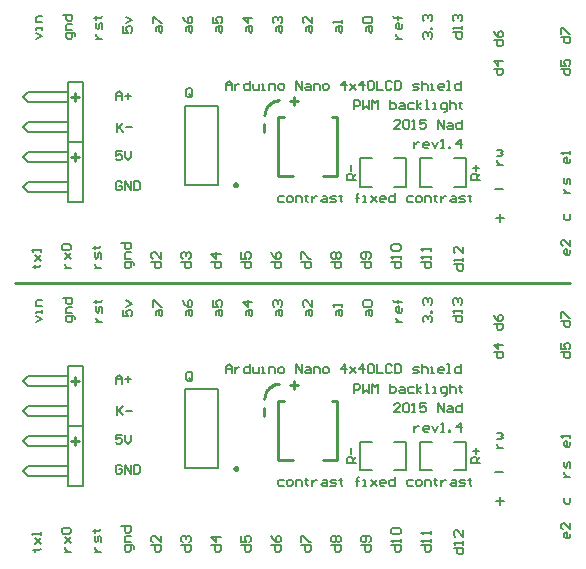
<source format=gto>
%FSDAX24Y24*%
%MOMM*%
%SFA1B1*%

%IPPOS*%
%ADD15C,0.253999*%
%ADD21C,0.250000*%
%ADD22C,0.200000*%
%ADD23C,0.152000*%
%ADD24C,0.203000*%
%LN_4x40lcd_arduino_nano_piggyboard_(rev1.4)_-_2xpanel-1*%
%LPD*%
G54D15*
X260350Y488950D02*
X730250D01*
X483870Y403860D02*
D01*
X482984Y403829*
X482102Y403736*
X481229Y403582*
X480369Y403368*
X479526Y403093*
X478704Y402761*
X477907Y402373*
X477140Y401930*
X476404Y401434*
X475706Y400888*
X475047Y400295*
X474431Y399657*
X473862Y398978*
X473341Y398261*
X472871Y397510*
X472455Y396727*
X472094Y395917*
X471791Y395084*
X471547Y394232*
X471362Y393365*
X471239Y392487*
X471177Y391602*
X471170Y391160*
X520499Y339489D02*
X532999D01*
X482999D02*
X495499D01*
X527999Y389489D02*
X532999D01*
X482999D02*
X487999D01*
X532999Y339489D02*
Y389489D01*
X482999Y339489D02*
Y389489D01*
X496570Y406400D02*
Y399629D01*
X499949Y403009D02*
X493179D01*
X471170Y383540D02*
Y376769D01*
X307340Y355600D02*
X314109D01*
X310729Y358979D02*
Y352209D01*
X307340Y406400D02*
X314109D01*
X310729Y409779D02*
Y403009D01*
X483870Y643859D02*
D01*
X482984Y643829*
X482102Y643736*
X481229Y643582*
X480369Y643367*
X479526Y643093*
X478704Y642761*
X477907Y642373*
X477140Y641930*
X476404Y641434*
X475706Y640888*
X475047Y640295*
X474431Y639657*
X473862Y638978*
X473341Y638261*
X472871Y637509*
X472455Y636727*
X472094Y635917*
X471791Y635084*
X471547Y634232*
X471362Y633365*
X471239Y632487*
X471177Y631603*
X471170Y631159*
X520499Y579489D02*
X532999D01*
X482999D02*
X495499D01*
X527999Y629489D02*
X532999D01*
X482999D02*
X487999D01*
X532999Y579489D02*
Y629489D01*
X482999Y579489D02*
Y629489D01*
X496570Y646399D02*
Y639629D01*
X499949Y643009D02*
X493179D01*
X471170Y623539D02*
Y616769D01*
X307340Y595599D02*
X314109D01*
X310729Y598979D02*
Y592209D01*
X307340Y646399D02*
X314109D01*
X310729Y649779D02*
Y643009D01*
G54D21*
X448079Y332259D02*
D01*
X448076Y332347*
X448067Y332433*
X448052Y332519*
X448031Y332604*
X448004Y332687*
X447971Y332768*
X447933Y332846*
X447889Y332922*
X447841Y332994*
X447787Y333063*
X447729Y333128*
X447666Y333188*
X447599Y333244*
X447528Y333296*
X447454Y333342*
X447377Y333383*
X447298Y333418*
X447216Y333448*
X447132Y333472*
X447046Y333490*
X446960Y333503*
X446873Y333509*
X446786*
X446699Y333503*
X446612Y333490*
X446527Y333472*
X446443Y333448*
X446361Y333418*
X446281Y333383*
X446204Y333342*
X446130Y333296*
X446060Y333244*
X445993Y333188*
X445930Y333128*
X445872Y333063*
X445818Y332994*
X445769Y332922*
X445726Y332846*
X445687Y332768*
X445655Y332687*
X445628Y332604*
X445607Y332519*
X445591Y332433*
X445582Y332347*
X445579Y332259*
X445582Y332172*
X445591Y332085*
X445607Y332000*
X445628Y331915*
X445655Y331832*
X445687Y331751*
X445726Y331672*
X445769Y331597*
X445818Y331525*
X445872Y331456*
X445930Y331391*
X445993Y331331*
X446060Y331274*
X446130Y331223*
X446204Y331177*
X446281Y331136*
X446361Y331100*
X446443Y331070*
X446527Y331047*
X446612Y331028*
X446699Y331016*
X446786Y331010*
X446873*
X446960Y331016*
X447046Y331028*
X447132Y331047*
X447216Y331070*
X447298Y331100*
X447377Y331136*
X447454Y331177*
X447528Y331223*
X447599Y331274*
X447666Y331331*
X447729Y331391*
X447787Y331456*
X447841Y331525*
X447889Y331597*
X447933Y331672*
X447971Y331751*
X448004Y331832*
X448031Y331915*
X448052Y332000*
X448067Y332085*
X448076Y332172*
X448079Y332259*
Y572259D02*
D01*
X448076Y572347*
X448067Y572433*
X448052Y572519*
X448031Y572604*
X448004Y572687*
X447971Y572768*
X447933Y572846*
X447889Y572922*
X447841Y572994*
X447787Y573063*
X447729Y573128*
X447666Y573188*
X447599Y573244*
X447528Y573296*
X447454Y573342*
X447377Y573383*
X447298Y573418*
X447216Y573448*
X447132Y573472*
X447046Y573490*
X446960Y573503*
X446873Y573509*
X446786*
X446699Y573503*
X446612Y573490*
X446527Y573472*
X446443Y573448*
X446361Y573418*
X446281Y573383*
X446204Y573342*
X446130Y573296*
X446060Y573244*
X445993Y573188*
X445930Y573128*
X445872Y573063*
X445818Y572994*
X445769Y572922*
X445726Y572846*
X445687Y572768*
X445655Y572687*
X445628Y572604*
X445607Y572519*
X445591Y572433*
X445582Y572347*
X445579Y572259*
X445582Y572172*
X445591Y572085*
X445607Y571999*
X445628Y571915*
X445655Y571832*
X445687Y571751*
X445726Y571672*
X445769Y571597*
X445818Y571525*
X445872Y571456*
X445930Y571391*
X445993Y571330*
X446060Y571274*
X446130Y571223*
X446204Y571177*
X446281Y571136*
X446361Y571100*
X446443Y571070*
X446527Y571047*
X446612Y571028*
X446699Y571016*
X446786Y571010*
X446873*
X446960Y571016*
X447046Y571028*
X447132Y571047*
X447216Y571070*
X447298Y571100*
X447377Y571136*
X447454Y571177*
X447528Y571223*
X447599Y571274*
X447666Y571330*
X447729Y571391*
X447787Y571456*
X447841Y571525*
X447889Y571597*
X447933Y571672*
X447971Y571751*
X448004Y571832*
X448031Y571915*
X448052Y571999*
X448067Y572085*
X448076Y572172*
X448079Y572259*
G54D22*
X304800Y368300D02*
Y419100D01*
Y368300D02*
X317500D01*
X304800Y419100D02*
X317500D01*
Y368300D02*
Y419100D01*
X270929Y410629D02*
X304800D01*
X266700Y406400D02*
X270929Y410629D01*
X266700Y406400D02*
X270929Y402169D01*
X304800D01*
X270929Y385229D02*
X304800D01*
X266700Y381000D02*
X270929Y385229D01*
X266700Y381000D02*
X270929Y376769D01*
X304800*
X403829Y399259D02*
X431829D01*
X403829Y332259D02*
X431829D01*
X403829D02*
Y399259D01*
X431829Y332259D02*
Y399259D01*
X304800Y317500D02*
Y368300D01*
Y317500D02*
X317500D01*
X304800Y368300D02*
X317500D01*
Y317500D02*
Y368300D01*
X270929Y359829D02*
X304800D01*
X266700Y355600D02*
X270929Y359829D01*
X266700Y355600D02*
X270929Y351369D01*
X304800D01*
X270929Y334429D02*
X304800D01*
X266700Y330200D02*
X270929Y334429D01*
X266700Y330200D02*
X270929Y325969D01*
X304800*
Y608299D02*
Y659099D01*
Y608299D02*
X317500D01*
X304800Y659099D02*
X317500D01*
Y608299D02*
Y659099D01*
X270929Y650629D02*
X304800D01*
X266700Y646399D02*
X270929Y650629D01*
X266700Y646399D02*
X270929Y642169D01*
X304800D01*
X270929Y625229D02*
X304800D01*
X266700Y620999D02*
X270929Y625229D01*
X266700Y620999D02*
X270929Y616769D01*
X304800*
X403829Y639259D02*
X431829D01*
X403829Y572259D02*
X431829D01*
X403829D02*
Y639259D01*
X431829Y572259D02*
Y639259D01*
X304800Y557499D02*
Y608299D01*
Y557499D02*
X317500D01*
X304800Y608299D02*
X317500D01*
Y557499D02*
Y608299D01*
X270929Y599829D02*
X304800D01*
X266700Y595599D02*
X270929Y599829D01*
X266700Y595599D02*
X270929Y591369D01*
X304800D01*
X270929Y574429D02*
X304800D01*
X266700Y570199D02*
X270929Y574429D01*
X266700Y570199D02*
X270929Y565969D01*
X304800*
G54D23*
X631299Y330899D02*
X641799D01*
X631299Y354899D02*
X641799D01*
X602799D02*
X613299D01*
X602799Y330899D02*
X613299D01*
X641799D02*
Y354899D01*
X602799Y330899D02*
Y354899D01*
X551999D02*
X562499D01*
X551999Y330899D02*
X562499D01*
X580499D02*
X590999D01*
X580499Y354899D02*
X590999D01*
X551999Y330899D02*
Y354899D01*
X590999Y330899D02*
Y354899D01*
X631299Y570899D02*
X641799D01*
X631299Y594899D02*
X641799D01*
X602799D02*
X613299D01*
X602799Y570899D02*
X613299D01*
X641799D02*
Y594899D01*
X602799Y570899D02*
Y594899D01*
X551999D02*
X562499D01*
X551999Y570899D02*
X562499D01*
X580499D02*
X590999D01*
X580499Y594899D02*
X590999D01*
X551999Y570899D02*
Y594899D01*
X590999Y570899D02*
Y594899D01*
G54D24*
X487680Y322580D02*
X483870D01*
X482600Y321310*
Y318770*
X483870Y317500*
X487680*
X491490D02*
X494030D01*
X495300Y318770*
Y321310*
X494030Y322580*
X491490*
X490220Y321310*
Y318770*
X491490Y317500*
X497840D02*
Y322580D01*
X501639*
X502909Y321310*
Y317500*
X506719Y323850D02*
Y322580D01*
X505449*
X507989*
X506719*
Y318770*
X507989Y317500*
X511799Y322580D02*
Y317500D01*
Y320040*
X513069Y321310*
X514339Y322580*
X515609*
X520689D02*
X523229D01*
X524499Y321310*
Y317500*
X520689*
X519419Y318770*
X520689Y320040*
X524499*
X527039Y317500D02*
X530839D01*
X532109Y318770*
X530839Y320040*
X528309*
X527039Y321310*
X528309Y322580*
X532109*
X535919Y323850D02*
Y322580D01*
X534649*
X537189*
X535919*
Y318770*
X537189Y317500*
X654050Y336550D02*
X646430D01*
Y340360*
X647700Y341630*
X650240*
X651510Y340360*
Y336550*
Y339090D02*
X654050Y341630D01*
X650240Y344170D02*
Y349250D01*
X647700Y346710D02*
X652780D01*
X548640Y336550D02*
X541020D01*
Y340360*
X542290Y341630*
X544830*
X546100Y340360*
Y336550*
Y339090D02*
X548640Y341630D01*
X544830Y344170D02*
Y349250D01*
X410210Y407670D02*
Y412750D01*
X408940Y414020*
X406400*
X405130Y412750*
Y407670*
X406400Y406400*
X408940*
X407670Y408940D02*
X410210Y406400D01*
X408940D02*
X410210Y407670D01*
X345440Y403860D02*
Y408940D01*
X347980Y411480*
X350520Y408940*
Y403860*
Y407670*
X345440*
X353060D02*
X358140D01*
X355600Y410210D02*
Y405130D01*
X346710Y384810D02*
Y377190D01*
Y379730*
X351790Y384810*
X347980Y381000*
X351790Y377190*
X354330Y381000D02*
X359410D01*
X549910Y317500D02*
Y323850D01*
Y321310*
X548640*
X551180*
X549910*
Y323850*
X551180Y325120*
X554990Y317500D02*
X557530D01*
X556260*
Y322580*
X554990*
X561340D02*
X566409Y317500D01*
X563880Y320040*
X566409Y322580*
X561340Y317500*
X572759D02*
X570219D01*
X568949Y318770*
Y321310*
X570219Y322580*
X572759*
X574029Y321310*
Y320040*
X568949*
X581649Y325120D02*
Y317500D01*
X577839*
X576569Y318770*
Y321310*
X577839Y322580*
X581649*
X596879D02*
X593079D01*
X591809Y321310*
Y318770*
X593079Y317500*
X596879*
X600689D02*
X603229D01*
X604499Y318770*
Y321310*
X603229Y322580*
X600689*
X599419Y321310*
Y318770*
X600689Y317500*
X607039D02*
Y322580D01*
X610849*
X612119Y321310*
Y317500*
X615929Y323850D02*
Y322580D01*
X614659*
X617199*
X615929*
Y318770*
X617199Y317500*
X621009Y322580D02*
Y317500D01*
Y320040*
X622279Y321310*
X623549Y322580*
X624819*
X629889D02*
X632429D01*
X633699Y321310*
Y317500*
X629889*
X628619Y318770*
X629889Y320040*
X633699*
X636239Y317500D02*
X640049D01*
X641319Y318770*
X640049Y320040*
X637509*
X636239Y321310*
X637509Y322580*
X641319*
X645129Y323850D02*
Y322580D01*
X643859*
X646399*
X645129*
Y318770*
X646399Y317500*
X670560Y300990D02*
Y307759D01*
X667179Y304379D02*
X673949D01*
X730250Y276860D02*
Y274320D01*
X728980Y273050*
X726440*
X725170Y274320*
Y276860*
X726440Y278130*
X727710*
Y273050*
X730250Y285750D02*
Y280670D01*
X725170Y285750*
X723900*
X722630Y284480*
Y281940*
X723900Y280670*
X725170Y307340D02*
Y303530D01*
X726440Y302260*
X728980*
X730250Y303530*
Y307340*
X725170Y325120D02*
X730250D01*
X727710*
X726440Y326390*
X725170Y327660*
Y328930*
X730250Y332740D02*
Y336550D01*
X728980Y337820*
X727710Y336550*
Y334010*
X726440Y332740*
X725170Y334010*
Y337820*
X666750Y328930D02*
X673519D01*
X668020Y349250D02*
X673100D01*
X670560*
X669290Y350520*
X668020Y351790*
Y353060*
Y356870D02*
X671830D01*
X673100Y358140*
X671830Y359410*
X673100Y360680*
X671830Y361950*
X668020*
X730250Y354330D02*
Y351790D01*
X728980Y350520*
X726440*
X725170Y351790*
Y354330*
X726440Y355600*
X727710*
Y350520*
X730250Y358140D02*
Y360680D01*
Y359410*
X722630*
X723900Y358140*
X722630Y430530D02*
X730250D01*
Y426720*
X728980Y425450*
X726440*
X725170Y426720*
Y430530*
X722630Y438150D02*
Y433070D01*
X726440*
X725170Y435610*
Y436880*
X726440Y438150*
X728980*
X730250Y436880*
Y434340*
X728980Y433070*
X722630Y457200D02*
X730250D01*
Y453390*
X728980Y452120*
X726440*
X725170Y453390*
Y457200*
X722630Y459740D02*
Y464820D01*
X723900*
X728980Y459740*
X730250*
X665480Y430530D02*
X673100D01*
Y426720*
X671830Y425450*
X669290*
X668020Y426720*
Y430530*
X673100Y436880D02*
X665480D01*
X669290Y433070*
Y438150*
X665480Y454660D02*
X673100D01*
Y450850*
X671830Y449580*
X669290*
X668020Y450850*
Y454660*
X665480Y462280D02*
X666750Y459740D01*
X669290Y457200*
X671830*
X673100Y458470*
Y461010*
X671830Y462280*
X670560*
X669290Y461010*
Y457200*
X350520Y360680D02*
X345440D01*
Y356870*
X347980Y358140*
X349250*
X350520Y356870*
Y354330*
X349250Y353060*
X346710*
X345440Y354330*
X353060Y360680D02*
Y355600D01*
X355600Y353060*
X358140Y355600*
Y360680*
X350520Y334010D02*
X349250Y335280D01*
X346710*
X345440Y334010*
Y328930*
X346710Y327660*
X349250*
X350520Y328930*
Y331470*
X347980*
X353060Y327660D02*
Y335280D01*
X358140Y327660*
Y335280*
X360680D02*
Y327660D01*
X364479*
X365749Y328930*
Y334010*
X364479Y335280*
X360680*
X438209Y412750D02*
Y417830D01*
X440749Y420370*
X443279Y417830*
Y412750*
Y416560*
X438209*
X445819Y417830D02*
Y412750D01*
Y415290*
X447089Y416560*
X448359Y417830*
X449629*
X458519Y420370D02*
Y412750D01*
X454709*
X453439Y414020*
Y416560*
X454709Y417830*
X458519*
X461059D02*
Y414020D01*
X462329Y412750*
X466139*
Y417830*
X468679Y412750D02*
X471219D01*
X469949*
Y417830*
X468679*
X475019Y412750D02*
Y417830D01*
X478829*
X480099Y416560*
Y412750*
X483909D02*
X486449D01*
X487719Y414020*
Y416560*
X486449Y417830*
X483909*
X482639Y416560*
Y414020*
X483909Y412750*
X497879D02*
Y420370D01*
X502959Y412750*
Y420370*
X506759Y417830D02*
X509299D01*
X510569Y416560*
Y412750*
X506759*
X505489Y414020*
X506759Y415290*
X510569*
X513109Y412750D02*
Y417830D01*
X516919*
X518189Y416560*
Y412750*
X521999D02*
X524539D01*
X525809Y414020*
Y416560*
X524539Y417830*
X521999*
X520729Y416560*
Y414020*
X521999Y412750*
X539769D02*
Y420370D01*
X535959Y416560*
X541039*
X543579Y417830D02*
X548659Y412750D01*
X546119Y415290*
X548659Y417830*
X543579Y412750*
X555009D02*
Y420370D01*
X551199Y416560*
X556279*
X558819Y419100D02*
X560089Y420370D01*
X562629*
X563899Y419100*
Y414020*
X562629Y412750*
X560089*
X558819Y414020*
Y419100*
X566429Y420370D02*
Y412750D01*
X571509*
X579129Y419100D02*
X577859Y420370D01*
X575319*
X574049Y419100*
Y414020*
X575319Y412750*
X577859*
X579129Y414020*
X581669Y420370D02*
Y412750D01*
X585479*
X586749Y414020*
Y419100*
X585479Y420370*
X581669*
X596900Y412750D02*
X600710D01*
X601980Y414020*
X600710Y415290*
X598170*
X596900Y416560*
X598170Y417830*
X601980*
X604520Y420370D02*
Y412750D01*
Y416560*
X605790Y417830*
X608330*
X609600Y416560*
Y412750*
X612140D02*
X614680D01*
X613410*
Y417830*
X612140*
X622300Y412750D02*
X619760D01*
X618490Y414020*
Y416560*
X619760Y417830*
X622300*
X623570Y416560*
Y415290*
X618490*
X626110Y412750D02*
X628639D01*
X627380*
Y420370*
X626110*
X637529D02*
Y412750D01*
X633719*
X632449Y414020*
Y416560*
X633719Y417830*
X637529*
X631449Y264999D02*
X639569D01*
Y260939*
X638219Y259589*
X635509*
X634159Y260939*
Y264999*
X639569Y267709D02*
Y270419D01*
Y269069*
X631449*
X632799Y267709*
X639569Y279899D02*
Y274479D01*
X634159Y279899*
X632799*
X631449Y278549*
Y275839*
X632799Y274479*
X630679Y461349D02*
X638810D01*
Y457279*
X637459Y455930*
X634749*
X633389Y457279*
Y461349*
X638810Y464059D02*
Y466759D01*
Y465409*
X630679*
X632039Y464059*
Y470829D02*
X630679Y472179D01*
Y474889*
X632039Y476239*
X633389*
X634749Y474889*
Y473539*
Y474889*
X636099Y476239*
X637459*
X638810Y474889*
Y472179*
X637459Y470829*
X604009Y267039D02*
X612140D01*
Y262969*
X610789Y261620*
X608079*
X606719Y262969*
Y267039*
X612140Y269749D02*
Y272449D01*
Y271099*
X604009*
X605369Y269749*
X612140Y276519D02*
Y279229D01*
Y277869*
X604009*
X605369Y276519*
X606639Y455930D02*
X605279Y457279D01*
Y459989*
X606639Y461349*
X607989*
X609349Y459989*
Y458639*
Y459989*
X610699Y461349*
X612059*
X613410Y459989*
Y457279*
X612059Y455930*
X613410Y464059D02*
X612059D01*
Y465409*
X613410*
Y464059*
X606639Y470829D02*
X605279Y472179D01*
Y474889*
X606639Y476239*
X607989*
X609349Y474889*
Y473539*
Y474889*
X610699Y476239*
X612059*
X613410Y474889*
Y472179*
X612059Y470829*
X578609Y267039D02*
X586740D01*
Y262969*
X585389Y261620*
X582679*
X581319Y262969*
Y267039*
X586740Y269749D02*
Y272449D01*
Y271099*
X578609*
X579969Y269749*
Y276519D02*
X578609Y277869D01*
Y280579*
X579969Y281929*
X585389*
X586740Y280579*
Y277869*
X585389Y276519*
X579969*
X582589Y455930D02*
X588010D01*
X585299*
X583949Y457279*
X582589Y458639*
Y459989*
X588010Y468119D02*
Y465409D01*
X586659Y464059*
X583949*
X582589Y465409*
Y468119*
X583949Y469469*
X585299*
Y464059*
X588010Y473539D02*
X581239D01*
X583949*
Y472179*
Y474889*
Y473539*
X581239*
X579879Y474889*
X553209Y267039D02*
X561340D01*
Y262969*
X559989Y261620*
X557279*
X555919Y262969*
Y267039*
X559989Y269749D02*
X561340Y271099D01*
Y273809*
X559989Y275159*
X554569*
X553209Y273809*
Y271099*
X554569Y269749*
X555919*
X557279Y271099*
Y275159*
X557189Y462359D02*
Y465069D01*
X558549Y466429*
X562610*
Y462359*
X561259Y461010*
X559899Y462359*
Y466429*
X555839Y469139D02*
X554479Y470489D01*
Y473199*
X555839Y474549*
X561259*
X562610Y473199*
Y470489*
X561259Y469139*
X555839*
X527809Y267039D02*
X535940D01*
Y262969*
X534589Y261620*
X531879*
X530519Y262969*
Y267039*
X529169Y269749D02*
X527809Y271099D01*
Y273809*
X529169Y275159*
X530519*
X531879Y273809*
X533229Y275159*
X534589*
X535940Y273809*
Y271099*
X534589Y269749*
X533229*
X531879Y271099*
X530519Y269749*
X529169*
X531879Y271099D02*
Y273809D01*
X531789Y462359D02*
Y465069D01*
X533149Y466429*
X537210*
Y462359*
X535859Y461010*
X534499Y462359*
Y466429*
X537210Y469139D02*
Y471839D01*
Y470489*
X529079*
X530439Y469139*
X502409Y267039D02*
X510540D01*
Y262969*
X509189Y261620*
X506479*
X505119Y262969*
Y267039*
X502409Y269749D02*
Y275159D01*
X503769*
X509189Y269749*
X510540*
X506389Y462359D02*
Y465069D01*
X507749Y466429*
X511810*
Y462359*
X510459Y461010*
X509099Y462359*
Y466429*
X511810Y474549D02*
Y469139D01*
X506389Y474549*
X505039*
X503679Y473199*
Y470489*
X505039Y469139*
X477009Y267039D02*
X485140D01*
Y262969*
X483789Y261620*
X481079*
X479719Y262969*
Y267039*
X477009Y275159D02*
X478369Y272449D01*
X481079Y269749*
X483789*
X485140Y271099*
Y273809*
X483789Y275159*
X482429*
X481079Y273809*
Y269749*
X480989Y462359D02*
Y465069D01*
X482349Y466429*
X486410*
Y462359*
X485059Y461010*
X483699Y462359*
Y466429*
X479639Y469139D02*
X478279Y470489D01*
Y473199*
X479639Y474549*
X480989*
X482349Y473199*
Y471839*
Y473199*
X483699Y474549*
X485059*
X486410Y473199*
Y470489*
X485059Y469139*
X451609Y267039D02*
X459740D01*
Y262969*
X458389Y261620*
X455679*
X454319Y262969*
Y267039*
X451609Y275159D02*
Y269749D01*
X455679*
X454319Y272449*
Y273809*
X455679Y275159*
X458389*
X459740Y273809*
Y271099*
X458389Y269749*
X455589Y462359D02*
Y465069D01*
X456949Y466429*
X461010*
Y462359*
X459659Y461010*
X458299Y462359*
Y466429*
X461010Y473199D02*
X452879D01*
X456949Y469139*
Y474549*
X426209Y267039D02*
X434340D01*
Y262969*
X432989Y261620*
X430279*
X428919Y262969*
Y267039*
X434340Y273809D02*
X426209D01*
X430279Y269749*
Y275159*
X430189Y462359D02*
Y465069D01*
X431549Y466429*
X435610*
Y462359*
X434259Y461010*
X432899Y462359*
Y466429*
X427479Y474549D02*
Y469139D01*
X431549*
X430189Y471839*
Y473199*
X431549Y474549*
X434259*
X435610Y473199*
Y470489*
X434259Y469139*
X400809Y267039D02*
X408940D01*
Y262969*
X407589Y261620*
X404879*
X403519Y262969*
Y267039*
X402169Y269749D02*
X400809Y271099D01*
Y273809*
X402169Y275159*
X403519*
X404879Y273809*
Y272449*
Y273809*
X406229Y275159*
X407589*
X408940Y273809*
Y271099*
X407589Y269749*
X404789Y462359D02*
Y465069D01*
X406149Y466429*
X410210*
Y462359*
X408859Y461010*
X407499Y462359*
Y466429*
X402079Y474549D02*
X403439Y471839D01*
X406149Y469139*
X408859*
X410210Y470489*
Y473199*
X408859Y474549*
X407499*
X406149Y473199*
Y469139*
X375409Y267039D02*
X383540D01*
Y262969*
X382189Y261620*
X379479*
X378119Y262969*
Y267039*
X383540Y275159D02*
Y269749D01*
X378119Y275159*
X376769*
X375409Y273809*
Y271099*
X376769Y269749*
X379389Y462359D02*
Y465069D01*
X380749Y466429*
X384810*
Y462359*
X383459Y461010*
X382099Y462359*
Y466429*
X376679Y469139D02*
Y474549D01*
X378039*
X383459Y469139*
X384810*
X360849Y264329D02*
Y265679D01*
X359489Y267039*
X352719*
Y262969*
X354079Y261620*
X356789*
X358140Y262969*
Y267039*
Y269749D02*
X352719D01*
Y273809*
X354079Y275159*
X358140*
X350009Y283289D02*
X358140D01*
Y279229*
X356789Y277869*
X354079*
X352719Y279229*
Y283289*
X351279Y466429D02*
Y461010D01*
X355349*
X353989Y463719*
Y465069*
X355349Y466429*
X358059*
X359410Y465069*
Y462359*
X358059Y461010*
X353989Y469139D02*
X359410Y471839D01*
X353989Y474549*
X327319Y261620D02*
X332740D01*
X330029*
X328679Y262969*
X327319Y264329*
Y265679*
X332740Y269749D02*
Y273809D01*
X331389Y275159*
X330029Y273809*
Y271099*
X328679Y269749*
X327319Y271099*
Y275159*
X325969Y279229D02*
X327319D01*
Y277869*
Y280579*
Y279229*
X331389*
X332740Y280579*
X328589Y455930D02*
X334010D01*
X331299*
X329949Y457279*
X328589Y458639*
Y459989*
X334010Y464059D02*
Y468119D01*
X332659Y469469*
X331299Y468119*
Y465409*
X329949Y464059*
X328589Y465409*
Y469469*
X327239Y473539D02*
X328589D01*
Y472179*
Y474889*
Y473539*
X332659*
X334010Y474889*
X302260Y261620D02*
X307340D01*
X304800*
X303530Y262890*
X302260Y264160*
Y265430*
Y269240D02*
X307340Y274320D01*
X304800Y271780*
X302260Y274320*
X307340Y269240*
X300990Y276860D02*
X299720Y278119D01*
Y280659*
X300990Y281929*
X306070*
X307340Y280659*
Y278119*
X306070Y276860*
X300990*
X311150Y458470D02*
Y459740D01*
X309880Y461010*
X303530*
Y457200*
X304800Y455930*
X307340*
X308610Y457200*
Y461010*
Y463550D02*
X303530D01*
Y467360*
X304800Y468630*
X308610*
X300990Y476239D02*
X308610D01*
Y472429*
X307340Y471170*
X304800*
X303530Y472429*
Y476239*
X278130Y455930D02*
X283210Y458470D01*
X278130Y461010*
X283210Y463550D02*
Y466090D01*
Y464820*
X278130*
Y463550*
X283210Y469900D02*
X278130D01*
Y473699*
X279400Y474969*
X283210*
X275590Y262890D02*
X276860D01*
Y261620*
Y264160*
Y262890*
X280670*
X281940Y264160*
X276860Y267970D02*
X281940Y273050D01*
X279400Y270510*
X276860Y273050*
X281940Y267970*
Y275590D02*
Y278119D01*
Y276860*
X274320*
X275590Y275590*
X546979Y396240D02*
Y403860D01*
X550779*
X552049Y402590*
Y400050*
X550779Y398780*
X546979*
X554589Y403860D02*
Y396240D01*
X557129Y398780*
X559669Y396240*
Y403860*
X562209Y396240D02*
Y403860D01*
X564749Y401320*
X567289Y403860*
Y396240*
X577449Y403860D02*
Y396240D01*
X581259*
X582519Y397510*
Y398780*
Y400050*
X581259Y401320*
X577449*
X586329D02*
X588869D01*
X590139Y400050*
Y396240*
X586329*
X585059Y397510*
X586329Y398780*
X590139*
X597759Y401320D02*
X593949D01*
X592679Y400050*
Y397510*
X593949Y396240*
X597759*
X600299D02*
Y403860D01*
Y398780D02*
X604109Y401320D01*
X600299Y398780D02*
X604109Y396240D01*
X607919D02*
X610459D01*
X609189*
Y403860*
X607919*
X614259Y396240D02*
X616799D01*
X615529*
Y401320*
X614259*
X623149Y393700D02*
X624419D01*
X625689Y394970*
Y401320*
X621879*
X620609Y400050*
Y397510*
X621879Y396240*
X625689*
X628229Y403860D02*
Y396240D01*
Y400050*
X629499Y401320*
X632039*
X633309Y400050*
Y396240*
X637119Y402590D02*
Y401320D01*
X635849*
X638389*
X637119*
Y397510*
X638389Y396240*
X586339Y379730D02*
X581269D01*
X586339Y384810*
Y386080*
X585069Y387350*
X582539*
X581269Y386080*
X588879D02*
X590149Y387350D01*
X592689*
X593959Y386080*
Y381000*
X592689Y379730*
X590149*
X588879Y381000*
Y386080*
X596499Y379730D02*
X599039D01*
X597769*
Y387350*
X596499Y386080*
X607929Y387350D02*
X602849D01*
Y383540*
X605389Y384810*
X606659*
X607929Y383540*
Y381000*
X606659Y379730*
X604119*
X602849Y381000*
X618079Y379730D02*
Y387350D01*
X623159Y379730*
Y387350*
X626969Y384810D02*
X629509D01*
X630779Y383540*
Y379730*
X626969*
X625699Y381000*
X626969Y382270*
X630779*
X638399Y387350D02*
Y379730D01*
X634589*
X633319Y381000*
Y383540*
X634589Y384810*
X638399*
X598170Y368300D02*
Y363220D01*
Y365760*
X599440Y367030*
X600710Y368300*
X601980*
X609600Y363220D02*
X607060D01*
X605790Y364490*
Y367030*
X607060Y368300*
X609600*
X610870Y367030*
Y365760*
X605790*
X613410Y368300D02*
X615939Y363220D01*
X618479Y368300*
X621019Y363220D02*
X623559D01*
X622289*
Y370840*
X621019Y369570*
X627369Y363220D02*
Y364490D01*
X628639*
Y363220*
X627369*
X637529D02*
Y370840D01*
X633719Y367030*
X638799*
X487680Y562579D02*
X483870D01*
X482600Y561309*
Y558769*
X483870Y557499*
X487680*
X491490D02*
X494030D01*
X495300Y558769*
Y561309*
X494030Y562579*
X491490*
X490220Y561309*
Y558769*
X491490Y557499*
X497840D02*
Y562579D01*
X501639*
X502909Y561309*
Y557499*
X506719Y563849D02*
Y562579D01*
X505449*
X507989*
X506719*
Y558769*
X507989Y557499*
X511799Y562579D02*
Y557499D01*
Y560039*
X513069Y561309*
X514339Y562579*
X515609*
X520689D02*
X523229D01*
X524499Y561309*
Y557499*
X520689*
X519419Y558769*
X520689Y560039*
X524499*
X527039Y557499D02*
X530839D01*
X532109Y558769*
X530839Y560039*
X528309*
X527039Y561309*
X528309Y562579*
X532109*
X535919Y563849D02*
Y562579D01*
X534649*
X537189*
X535919*
Y558769*
X537189Y557499*
X654050Y576549D02*
X646430D01*
Y580359*
X647700Y581629*
X650240*
X651510Y580359*
Y576549*
Y579089D02*
X654050Y581629D01*
X650240Y584169D02*
Y589249D01*
X647700Y586709D02*
X652780D01*
X548640Y576549D02*
X541020D01*
Y580359*
X542290Y581629*
X544830*
X546100Y580359*
Y576549*
Y579089D02*
X548640Y581629D01*
X544830Y584169D02*
Y589249D01*
X410210Y647669D02*
Y652749D01*
X408940Y654019*
X406400*
X405130Y652749*
Y647669*
X406400Y646399*
X408940*
X407670Y648939D02*
X410210Y646399D01*
X408940D02*
X410210Y647669D01*
X345440Y643859D02*
Y648939D01*
X347980Y651479*
X350520Y648939*
Y643859*
Y647669*
X345440*
X353060D02*
X358140D01*
X355600Y650209D02*
Y645129D01*
X346710Y624809D02*
Y617189D01*
Y619729*
X351790Y624809*
X347980Y620999*
X351790Y617189*
X354330Y620999D02*
X359410D01*
X549910Y557499D02*
Y563849D01*
Y561309*
X548640*
X551180*
X549910*
Y563849*
X551180Y565119*
X554990Y557499D02*
X557530D01*
X556260*
Y562579*
X554990*
X561340D02*
X566409Y557499D01*
X563880Y560039*
X566409Y562579*
X561340Y557499*
X572759D02*
X570219D01*
X568949Y558769*
Y561309*
X570219Y562579*
X572759*
X574029Y561309*
Y560039*
X568949*
X581649Y565119D02*
Y557499D01*
X577839*
X576569Y558769*
Y561309*
X577839Y562579*
X581649*
X596879D02*
X593079D01*
X591809Y561309*
Y558769*
X593079Y557499*
X596879*
X600689D02*
X603229D01*
X604499Y558769*
Y561309*
X603229Y562579*
X600689*
X599419Y561309*
Y558769*
X600689Y557499*
X607039D02*
Y562579D01*
X610849*
X612119Y561309*
Y557499*
X615929Y563849D02*
Y562579D01*
X614659*
X617199*
X615929*
Y558769*
X617199Y557499*
X621009Y562579D02*
Y557499D01*
Y560039*
X622279Y561309*
X623549Y562579*
X624819*
X629889D02*
X632429D01*
X633699Y561309*
Y557499*
X629889*
X628619Y558769*
X629889Y560039*
X633699*
X636239Y557499D02*
X640049D01*
X641319Y558769*
X640049Y560039*
X637509*
X636239Y561309*
X637509Y562579*
X641319*
X645129Y563849D02*
Y562579D01*
X643859*
X646399*
X645129*
Y558769*
X646399Y557499*
X670560Y540989D02*
Y547759D01*
X667179Y544379D02*
X673949D01*
X730250Y516859D02*
Y514319D01*
X728980Y513049*
X726440*
X725170Y514319*
Y516859*
X726440Y518129*
X727710*
Y513049*
X730250Y525749D02*
Y520669D01*
X725170Y525749*
X723900*
X722630Y524479*
Y521939*
X723900Y520669*
X725170Y547339D02*
Y543529D01*
X726440Y542259*
X728980*
X730250Y543529*
Y547339*
X725170Y565119D02*
X730250D01*
X727710*
X726440Y566389*
X725170Y567659*
Y568929*
X730250Y572739D02*
Y576549D01*
X728980Y577819*
X727710Y576549*
Y574009*
X726440Y572739*
X725170Y574009*
Y577819*
X666750Y568929D02*
X673519D01*
X668020Y589249D02*
X673100D01*
X670560*
X669290Y590519*
X668020Y591789*
Y593059*
Y596869D02*
X671830D01*
X673100Y598139*
X671830Y599409*
X673100Y600679*
X671830Y601949*
X668020*
X730250Y594329D02*
Y591789D01*
X728980Y590519*
X726440*
X725170Y591789*
Y594329*
X726440Y595599*
X727710*
Y590519*
X730250Y598139D02*
Y600679D01*
Y599409*
X722630*
X723900Y598139*
X722630Y670529D02*
X730250D01*
Y666719*
X728980Y665449*
X726440*
X725170Y666719*
Y670529*
X722630Y678149D02*
Y673069D01*
X726440*
X725170Y675609*
Y676879*
X726440Y678149*
X728980*
X730250Y676879*
Y674339*
X728980Y673069*
X722630Y697199D02*
X730250D01*
Y693389*
X728980Y692119*
X726440*
X725170Y693389*
Y697199*
X722630Y699739D02*
Y704819D01*
X723900*
X728980Y699739*
X730250*
X665480Y670529D02*
X673100D01*
Y666719*
X671830Y665449*
X669290*
X668020Y666719*
Y670529*
X673100Y676879D02*
X665480D01*
X669290Y673069*
Y678149*
X665480Y694659D02*
X673100D01*
Y690849*
X671830Y689579*
X669290*
X668020Y690849*
Y694659*
X665480Y702279D02*
X666750Y699739D01*
X669290Y697199*
X671830*
X673100Y698469*
Y701009*
X671830Y702279*
X670560*
X669290Y701009*
Y697199*
X350520Y600679D02*
X345440D01*
Y596869*
X347980Y598139*
X349250*
X350520Y596869*
Y594329*
X349250Y593059*
X346710*
X345440Y594329*
X353060Y600679D02*
Y595599D01*
X355600Y593059*
X358140Y595599*
Y600679*
X350520Y574009D02*
X349250Y575279D01*
X346710*
X345440Y574009*
Y568929*
X346710Y567659*
X349250*
X350520Y568929*
Y571469*
X347980*
X353060Y567659D02*
Y575279D01*
X358140Y567659*
Y575279*
X360680D02*
Y567659D01*
X364479*
X365749Y568929*
Y574009*
X364479Y575279*
X360680*
X438209Y652749D02*
Y657829D01*
X440749Y660369*
X443279Y657829*
Y652749*
Y656559*
X438209*
X445819Y657829D02*
Y652749D01*
Y655289*
X447089Y656559*
X448359Y657829*
X449629*
X458519Y660369D02*
Y652749D01*
X454709*
X453439Y654019*
Y656559*
X454709Y657829*
X458519*
X461059D02*
Y654019D01*
X462329Y652749*
X466139*
Y657829*
X468679Y652749D02*
X471219D01*
X469949*
Y657829*
X468679*
X475019Y652749D02*
Y657829D01*
X478829*
X480099Y656559*
Y652749*
X483909D02*
X486449D01*
X487719Y654019*
Y656559*
X486449Y657829*
X483909*
X482639Y656559*
Y654019*
X483909Y652749*
X497879D02*
Y660369D01*
X502959Y652749*
Y660369*
X506759Y657829D02*
X509299D01*
X510569Y656559*
Y652749*
X506759*
X505489Y654019*
X506759Y655289*
X510569*
X513109Y652749D02*
Y657829D01*
X516919*
X518189Y656559*
Y652749*
X521999D02*
X524539D01*
X525809Y654019*
Y656559*
X524539Y657829*
X521999*
X520729Y656559*
Y654019*
X521999Y652749*
X539769D02*
Y660369D01*
X535959Y656559*
X541039*
X543579Y657829D02*
X548659Y652749D01*
X546119Y655289*
X548659Y657829*
X543579Y652749*
X555009D02*
Y660369D01*
X551199Y656559*
X556279*
X558819Y659099D02*
X560089Y660369D01*
X562629*
X563899Y659099*
Y654019*
X562629Y652749*
X560089*
X558819Y654019*
Y659099*
X566429Y660369D02*
Y652749D01*
X571509*
X579129Y659099D02*
X577859Y660369D01*
X575319*
X574049Y659099*
Y654019*
X575319Y652749*
X577859*
X579129Y654019*
X581669Y660369D02*
Y652749D01*
X585479*
X586749Y654019*
Y659099*
X585479Y660369*
X581669*
X596900Y652749D02*
X600710D01*
X601980Y654019*
X600710Y655289*
X598170*
X596900Y656559*
X598170Y657829*
X601980*
X604520Y660369D02*
Y652749D01*
Y656559*
X605790Y657829*
X608330*
X609600Y656559*
Y652749*
X612140D02*
X614680D01*
X613410*
Y657829*
X612140*
X622300Y652749D02*
X619760D01*
X618490Y654019*
Y656559*
X619760Y657829*
X622300*
X623570Y656559*
Y655289*
X618490*
X626110Y652749D02*
X628639D01*
X627380*
Y660369*
X626110*
X637529D02*
Y652749D01*
X633719*
X632449Y654019*
Y656559*
X633719Y657829*
X637529*
X631449Y504999D02*
X639569D01*
Y500939*
X638219Y499589*
X635509*
X634159Y500939*
Y504999*
X639569Y507709D02*
Y510419D01*
Y509069*
X631449*
X632799Y507709*
X639569Y519899D02*
Y514479D01*
X634159Y519899*
X632799*
X631449Y518549*
Y515839*
X632799Y514479*
X630679Y701349D02*
X638810D01*
Y697279*
X637459Y695929*
X634749*
X633389Y697279*
Y701349*
X638810Y704059D02*
Y706759D01*
Y705409*
X630679*
X632039Y704059*
Y710829D02*
X630679Y712179D01*
Y714889*
X632039Y716239*
X633389*
X634749Y714889*
Y713539*
Y714889*
X636099Y716239*
X637459*
X638810Y714889*
Y712179*
X637459Y710829*
X604009Y507039D02*
X612140D01*
Y502969*
X610789Y501619*
X608079*
X606719Y502969*
Y507039*
X612140Y509749D02*
Y512449D01*
Y511099*
X604009*
X605369Y509749*
X612140Y516519D02*
Y519229D01*
Y517869*
X604009*
X605369Y516519*
X606639Y695929D02*
X605279Y697279D01*
Y699989*
X606639Y701349*
X607989*
X609349Y699989*
Y698639*
Y699989*
X610699Y701349*
X612059*
X613410Y699989*
Y697279*
X612059Y695929*
X613410Y704059D02*
X612059D01*
Y705409*
X613410*
Y704059*
X606639Y710829D02*
X605279Y712179D01*
Y714889*
X606639Y716239*
X607989*
X609349Y714889*
Y713539*
Y714889*
X610699Y716239*
X612059*
X613410Y714889*
Y712179*
X612059Y710829*
X578609Y507039D02*
X586740D01*
Y502969*
X585389Y501619*
X582679*
X581319Y502969*
Y507039*
X586740Y509749D02*
Y512449D01*
Y511099*
X578609*
X579969Y509749*
Y516519D02*
X578609Y517869D01*
Y520579*
X579969Y521929*
X585389*
X586740Y520579*
Y517869*
X585389Y516519*
X579969*
X582589Y695929D02*
X588010D01*
X585299*
X583949Y697279*
X582589Y698639*
Y699989*
X588010Y708119D02*
Y705409D01*
X586659Y704059*
X583949*
X582589Y705409*
Y708119*
X583949Y709469*
X585299*
Y704059*
X588010Y713539D02*
X581239D01*
X583949*
Y712179*
Y714889*
Y713539*
X581239*
X579879Y714889*
X553209Y507039D02*
X561340D01*
Y502969*
X559989Y501619*
X557279*
X555919Y502969*
Y507039*
X559989Y509749D02*
X561340Y511099D01*
Y513809*
X559989Y515159*
X554569*
X553209Y513809*
Y511099*
X554569Y509749*
X555919*
X557279Y511099*
Y515159*
X557189Y702359D02*
Y705069D01*
X558549Y706429*
X562610*
Y702359*
X561259Y701009*
X559899Y702359*
Y706429*
X555839Y709139D02*
X554479Y710489D01*
Y713199*
X555839Y714549*
X561259*
X562610Y713199*
Y710489*
X561259Y709139*
X555839*
X527809Y507039D02*
X535940D01*
Y502969*
X534589Y501619*
X531879*
X530519Y502969*
Y507039*
X529169Y509749D02*
X527809Y511099D01*
Y513809*
X529169Y515159*
X530519*
X531879Y513809*
X533229Y515159*
X534589*
X535940Y513809*
Y511099*
X534589Y509749*
X533229*
X531879Y511099*
X530519Y509749*
X529169*
X531879Y511099D02*
Y513809D01*
X531789Y702359D02*
Y705069D01*
X533149Y706429*
X537210*
Y702359*
X535859Y701009*
X534499Y702359*
Y706429*
X537210Y709139D02*
Y711839D01*
Y710489*
X529079*
X530439Y709139*
X502409Y507039D02*
X510540D01*
Y502969*
X509189Y501619*
X506479*
X505119Y502969*
Y507039*
X502409Y509749D02*
Y515159D01*
X503769*
X509189Y509749*
X510540*
X506389Y702359D02*
Y705069D01*
X507749Y706429*
X511810*
Y702359*
X510459Y701009*
X509099Y702359*
Y706429*
X511810Y714549D02*
Y709139D01*
X506389Y714549*
X505039*
X503679Y713199*
Y710489*
X505039Y709139*
X477009Y507039D02*
X485140D01*
Y502969*
X483789Y501619*
X481079*
X479719Y502969*
Y507039*
X477009Y515159D02*
X478369Y512449D01*
X481079Y509749*
X483789*
X485140Y511099*
Y513809*
X483789Y515159*
X482429*
X481079Y513809*
Y509749*
X480989Y702359D02*
Y705069D01*
X482349Y706429*
X486410*
Y702359*
X485059Y701009*
X483699Y702359*
Y706429*
X479639Y709139D02*
X478279Y710489D01*
Y713199*
X479639Y714549*
X480989*
X482349Y713199*
Y711839*
Y713199*
X483699Y714549*
X485059*
X486410Y713199*
Y710489*
X485059Y709139*
X451609Y507039D02*
X459740D01*
Y502969*
X458389Y501619*
X455679*
X454319Y502969*
Y507039*
X451609Y515159D02*
Y509749D01*
X455679*
X454319Y512449*
Y513809*
X455679Y515159*
X458389*
X459740Y513809*
Y511099*
X458389Y509749*
X455589Y702359D02*
Y705069D01*
X456949Y706429*
X461010*
Y702359*
X459659Y701009*
X458299Y702359*
Y706429*
X461010Y713199D02*
X452879D01*
X456949Y709139*
Y714549*
X426209Y507039D02*
X434340D01*
Y502969*
X432989Y501619*
X430279*
X428919Y502969*
Y507039*
X434340Y513809D02*
X426209D01*
X430279Y509749*
Y515159*
X430189Y702359D02*
Y705069D01*
X431549Y706429*
X435610*
Y702359*
X434259Y701009*
X432899Y702359*
Y706429*
X427479Y714549D02*
Y709139D01*
X431549*
X430189Y711839*
Y713199*
X431549Y714549*
X434259*
X435610Y713199*
Y710489*
X434259Y709139*
X400809Y507039D02*
X408940D01*
Y502969*
X407589Y501619*
X404879*
X403519Y502969*
Y507039*
X402169Y509749D02*
X400809Y511099D01*
Y513809*
X402169Y515159*
X403519*
X404879Y513809*
Y512449*
Y513809*
X406229Y515159*
X407589*
X408940Y513809*
Y511099*
X407589Y509749*
X404789Y702359D02*
Y705069D01*
X406149Y706429*
X410210*
Y702359*
X408859Y701009*
X407499Y702359*
Y706429*
X402079Y714549D02*
X403439Y711839D01*
X406149Y709139*
X408859*
X410210Y710489*
Y713199*
X408859Y714549*
X407499*
X406149Y713199*
Y709139*
X375409Y507039D02*
X383540D01*
Y502969*
X382189Y501619*
X379479*
X378119Y502969*
Y507039*
X383540Y515159D02*
Y509749D01*
X378119Y515159*
X376769*
X375409Y513809*
Y511099*
X376769Y509749*
X379389Y702359D02*
Y705069D01*
X380749Y706429*
X384810*
Y702359*
X383459Y701009*
X382099Y702359*
Y706429*
X376679Y709139D02*
Y714549D01*
X378039*
X383459Y709139*
X384810*
X360849Y504329D02*
Y505679D01*
X359489Y507039*
X352719*
Y502969*
X354079Y501619*
X356789*
X358140Y502969*
Y507039*
Y509749D02*
X352719D01*
Y513809*
X354079Y515159*
X358140*
X350009Y523289D02*
X358140D01*
Y519229*
X356789Y517869*
X354079*
X352719Y519229*
Y523289*
X351279Y706429D02*
Y701009D01*
X355349*
X353989Y703719*
Y705069*
X355349Y706429*
X358059*
X359410Y705069*
Y702359*
X358059Y701009*
X353989Y709139D02*
X359410Y711839D01*
X353989Y714549*
X327319Y501619D02*
X332740D01*
X330029*
X328679Y502969*
X327319Y504329*
Y505679*
X332740Y509749D02*
Y513809D01*
X331389Y515159*
X330029Y513809*
Y511099*
X328679Y509749*
X327319Y511099*
Y515159*
X325969Y519229D02*
X327319D01*
Y517869*
Y520579*
Y519229*
X331389*
X332740Y520579*
X328589Y695929D02*
X334010D01*
X331299*
X329949Y697279*
X328589Y698639*
Y699989*
X334010Y704059D02*
Y708119D01*
X332659Y709469*
X331299Y708119*
Y705409*
X329949Y704059*
X328589Y705409*
Y709469*
X327239Y713539D02*
X328589D01*
Y712179*
Y714889*
Y713539*
X332659*
X334010Y714889*
X302260Y501619D02*
X307340D01*
X304800*
X303530Y502889*
X302260Y504159*
Y505429*
Y509239D02*
X307340Y514319D01*
X304800Y511779*
X302260Y514319*
X307340Y509239*
X300990Y516859D02*
X299720Y518119D01*
Y520659*
X300990Y521929*
X306070*
X307340Y520659*
Y518119*
X306070Y516859*
X300990*
X311150Y698469D02*
Y699739D01*
X309880Y701009*
X303530*
Y697199*
X304800Y695929*
X307340*
X308610Y697199*
Y701009*
Y703549D02*
X303530D01*
Y707359*
X304800Y708629*
X308610*
X300990Y716239D02*
X308610D01*
Y712429*
X307340Y711169*
X304800*
X303530Y712429*
Y716239*
X278130Y695929D02*
X283210Y698469D01*
X278130Y701009*
X283210Y703549D02*
Y706089D01*
Y704819*
X278130*
Y703549*
X283210Y709899D02*
X278130D01*
Y713699*
X279400Y714969*
X283210*
X275590Y502889D02*
X276860D01*
Y501619*
Y504159*
Y502889*
X280670*
X281940Y504159*
X276860Y507969D02*
X281940Y513049D01*
X279400Y510509*
X276860Y513049*
X281940Y507969*
Y515589D02*
Y518119D01*
Y516859*
X274320*
X275590Y515589*
X546979Y636239D02*
Y643859D01*
X550779*
X552049Y642589*
Y640049*
X550779Y638779*
X546979*
X554589Y643859D02*
Y636239D01*
X557129Y638779*
X559669Y636239*
Y643859*
X562209Y636239D02*
Y643859D01*
X564749Y641319*
X567289Y643859*
Y636239*
X577449Y643859D02*
Y636239D01*
X581259*
X582519Y637509*
Y638779*
Y640049*
X581259Y641319*
X577449*
X586329D02*
X588869D01*
X590139Y640049*
Y636239*
X586329*
X585059Y637509*
X586329Y638779*
X590139*
X597759Y641319D02*
X593949D01*
X592679Y640049*
Y637509*
X593949Y636239*
X597759*
X600299D02*
Y643859D01*
Y638779D02*
X604109Y641319D01*
X600299Y638779D02*
X604109Y636239D01*
X607919D02*
X610459D01*
X609189*
Y643859*
X607919*
X614259Y636239D02*
X616799D01*
X615529*
Y641319*
X614259*
X623149Y633699D02*
X624419D01*
X625689Y634969*
Y641319*
X621879*
X620609Y640049*
Y637509*
X621879Y636239*
X625689*
X628229Y643859D02*
Y636239D01*
Y640049*
X629499Y641319*
X632039*
X633309Y640049*
Y636239*
X637119Y642589D02*
Y641319D01*
X635849*
X638389*
X637119*
Y637509*
X638389Y636239*
X586339Y619729D02*
X581269D01*
X586339Y624809*
Y626079*
X585069Y627349*
X582539*
X581269Y626079*
X588879D02*
X590149Y627349D01*
X592689*
X593959Y626079*
Y620999*
X592689Y619729*
X590149*
X588879Y620999*
Y626079*
X596499Y619729D02*
X599039D01*
X597769*
Y627349*
X596499Y626079*
X607929Y627349D02*
X602849D01*
Y623539*
X605389Y624809*
X606659*
X607929Y623539*
Y620999*
X606659Y619729*
X604119*
X602849Y620999*
X618079Y619729D02*
Y627349D01*
X623159Y619729*
Y627349*
X626969Y624809D02*
X629509D01*
X630779Y623539*
Y619729*
X626969*
X625699Y620999*
X626969Y622269*
X630779*
X638399Y627349D02*
Y619729D01*
X634589*
X633319Y620999*
Y623539*
X634589Y624809*
X638399*
X598170Y608299D02*
Y603219D01*
Y605759*
X599440Y607029*
X600710Y608299*
X601980*
X609600Y603219D02*
X607060D01*
X605790Y604489*
Y607029*
X607060Y608299*
X609600*
X610870Y607029*
Y605759*
X605790*
X613410Y608299D02*
X615939Y603219D01*
X618479Y608299*
X621019Y603219D02*
X623559D01*
X622289*
Y610839*
X621019Y609569*
X627369Y603219D02*
Y604489D01*
X628639*
Y603219*
X627369*
X637529D02*
Y610839D01*
X633719Y607029*
X638799*
M02*
</source>
